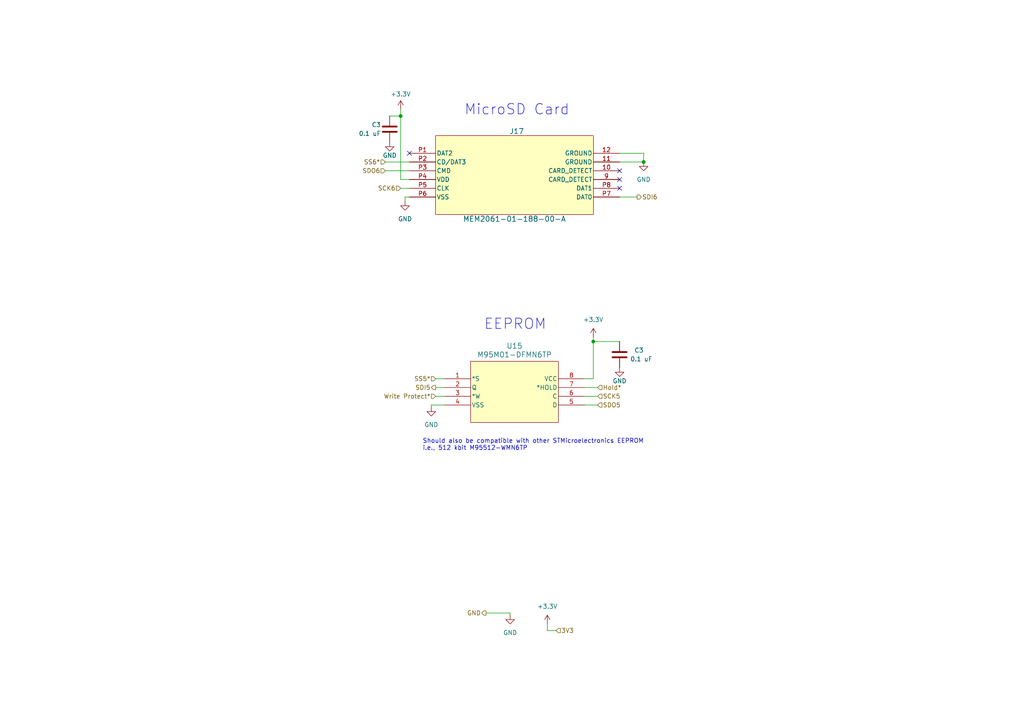
<source format=kicad_sch>
(kicad_sch (version 20230121) (generator eeschema)
  (paper "A4")
  (title_block (title "MCU Controller") (rev "0.3") (company "satomm@stanford.edu") (comment 1 "Department of Civil and Environmental Engineering") (comment 2 "Engineering Informatics Group") (comment 3 "Stanford University") (comment 4 "Matthew Sato"))
  (lib_symbols
    (symbol "Device:C" (pin_numbers hide) (pin_names (offset 0.254))
      (property "Reference" "C" (at 0.635 2.54 0))
      (property "Value" "C" (at 0.635 -2.54 0))
      (symbol "C_0_1"
        (polyline (pts (xy -2.032 -0.762) (xy 2.032 -0.762)) (stroke (width 0.508)))
        (polyline (pts (xy -2.032 0.762) (xy 2.032 0.762)) (stroke (width 0.508)))
      )
      (symbol "C_1_1"
        (pin passive line (at 0 3.81 270) (length 2.794) (name "~") (number "1"))
        (pin passive line (at 0 -3.81 90) (length 2.794) (name "~") (number "2"))
      )
    )
    (symbol "RobotLibary:M95M01-DFMN6TP" (pin_names (offset 0.254))
      (property "Reference" "U" (at 20.32 10.16 0))
      (property "Value" "M95M01-DFMN6TP" (at 20.32 7.62 0))
      (symbol "M95M01-DFMN6TP_1_1"
        (rectangle (start 7.62 5.08) (end 33.02 -12.7) (fill (type background)))
        (pin passive line (at 0 0 0) (length 7.62) (name "*S") (number "1"))
        (pin passive line (at 0 -2.54 0) (length 7.62) (name "Q") (number "2"))
        (pin passive line (at 0 -5.08 0) (length 7.62) (name "*W") (number "3"))
        (pin passive line (at 0 -7.62 0) (length 7.62) (name "VSS") (number "4"))
        (pin passive line (at 40.64 -7.62 180) (length 7.62) (name "D") (number "5"))
        (pin passive line (at 40.64 -5.08 180) (length 7.62) (name "C") (number "6"))
        (pin passive line (at 40.64 -2.54 180) (length 7.62) (name "*HOLD") (number "7"))
        (pin passive line (at 40.64 0 180) (length 7.62) (name "VCC") (number "8"))
      )
    )
    (symbol "RobotLibary:MEM2061-01-188-00-A" (pin_names (offset 0.254))
      (property "Reference" "J" (at 30.48 10.16 0))
      (property "Value" "MEM2061-01-188-00-A" (at 30.48 7.62 0))
      (symbol "MEM2061-01-188-00-A_0_1"
        (pin unspecified line (at 60.96 -5.08 180) (length 7.62) (name "CARD_DETECT") (number "10"))
        (pin unspecified line (at 60.96 -7.62 180) (length 7.62) (name "CARD_DETECT") (number "9"))
        (pin bidirectional line (at 0 0 0) (length 7.62) (name "DAT2") (number "P1"))
        (pin bidirectional line (at 0 -2.54 0) (length 7.62) (name "CD/DAT3") (number "P2"))
        (pin bidirectional line (at 0 -5.08 0) (length 7.62) (name "CMD") (number "P3"))
        (pin power_in line (at 0 -7.62 0) (length 7.62) (name "VDD") (number "P4"))
        (pin bidirectional line (at 60.96 -12.7 180) (length 7.62) (name "DAT0") (number "P7"))
        (pin bidirectional line (at 60.96 -10.16 180) (length 7.62) (name "DAT1") (number "P8"))
      )
      (symbol "MEM2061-01-188-00-A_1_1"
        (rectangle (start 7.62 5.08) (end 53.34 -17.78) (fill (type background)))
        (pin passive line (at 60.96 -2.54 180) (length 7.62) (name "GROUND") (number "11"))
        (pin passive line (at 60.96 0 180) (length 7.62) (name "GROUND") (number "12"))
        (pin passive line (at 0 -10.16 0) (length 7.62) (name "CLK") (number "P5"))
        (pin passive line (at 0 -12.7 0) (length 7.62) (name "VSS") (number "P6"))
      )
    )
    (symbol "power:+3.3V" (power) (pin_names (offset 0))
      (property "Value" "+3.3V" (at 0 3.556 0))
      (symbol "+3.3V_0_1"
        (polyline (pts (xy -0.762 1.27) (xy 0 2.54)))
        (polyline (pts (xy 0 0) (xy 0 2.54)))
        (polyline (pts (xy 0 2.54) (xy 0.762 1.27)))
      )
      (symbol "+3.3V_1_1"
        (pin power_in line (at 0 0 90) (length 0) hide (name "+3.3V") (number "1"))
      )
    )
    (symbol "power:GND" (power) (pin_names (offset 0))
      (property "Value" "GND" (at 0 -3.81 0))
      (symbol "GND_0_1"
        (polyline (pts (xy 0 0) (xy 0 -1.27) (xy 1.27 -1.27) (xy 0 -2.54) (xy -1.27 -1.27) (xy 0 -1.27)))
      )
      (symbol "GND_1_1"
        (pin power_in line (at 0 0 270) (length 0) hide (name "GND") (number "1"))
      )
    )
  )
  (junction (at 186.69 46.99))
  (junction (at 116.205 33.655))
  (junction (at 172.085 99.06))
  (no_connect (at 179.705 54.61))
  (no_connect (at 179.705 49.53))
  (no_connect (at 179.705 52.07))
  (no_connect (at 118.745 44.45))
  (wire (pts (xy 179.705 57.15) (xy 184.785 57.15)))
  (wire (pts (xy 169.545 114.935) (xy 173.355 114.935)))
  (wire (pts (xy 169.545 117.475) (xy 173.355 117.475)))
  (wire (pts (xy 158.75 182.88) (xy 161.29 182.88)))
  (wire (pts (xy 111.76 49.53) (xy 118.745 49.53)))
  (wire (pts (xy 179.705 44.45) (xy 186.69 44.45)))
  (wire (pts (xy 169.545 112.395) (xy 173.355 112.395)))
  (wire (pts (xy 116.205 31.75) (xy 116.205 33.655)))
  (wire (pts (xy 172.085 97.79) (xy 172.085 99.06)))
  (wire (pts (xy 147.955 177.8) (xy 140.97 177.8)))
  (wire (pts (xy 111.76 46.99) (xy 118.745 46.99)))
  (wire (pts (xy 113.03 33.655) (xy 116.205 33.655)))
  (wire (pts (xy 125.095 118.11) (xy 125.095 117.475)))
  (wire (pts (xy 126.365 109.855) (xy 128.905 109.855)))
  (wire (pts (xy 158.75 180.975) (xy 158.75 182.88)))
  (wire (pts (xy 147.955 178.435) (xy 147.955 177.8)))
  (wire (pts (xy 117.475 57.15) (xy 118.745 57.15)))
  (wire (pts (xy 126.365 114.935) (xy 128.905 114.935)))
  (wire (pts (xy 125.095 117.475) (xy 128.905 117.475)))
  (wire (pts (xy 172.085 99.06) (xy 172.085 109.855)))
  (wire (pts (xy 116.205 54.61) (xy 118.745 54.61)))
  (wire (pts (xy 172.085 99.06) (xy 179.705 99.06)))
  (wire (pts (xy 116.205 33.655) (xy 116.205 52.07)))
  (wire (pts (xy 116.205 52.07) (xy 118.745 52.07)))
  (wire (pts (xy 186.69 44.45) (xy 186.69 46.99)))
  (wire (pts (xy 172.085 109.855) (xy 169.545 109.855)))
  (wire (pts (xy 117.475 58.42) (xy 117.475 57.15)))
  (wire (pts (xy 126.365 112.395) (xy 128.905 112.395)))
  (wire (pts (xy 179.705 46.99) (xy 186.69 46.99)))
  (text "MicroSD Card" (at 134.62 33.655 0) (effects (font (size 3 3)) (justify left bottom)))
  (text "EEPROM" (at 140.335 95.885 0) (effects (font (size 3 3)) (justify left bottom)))
  (text "Should also be compatible with other STMicroelectronics EEPROM\ni.e., 512 kbit M95512-WMN6TP" (at 122.555 130.81 0) (effects (font (size 1.27 1.27)) (justify left bottom)))
  (hierarchical_label "SS5*" (shape input) (at 126.365 109.855 180))
  (hierarchical_label "Hold*" (shape input) (at 173.355 112.395 0))
  (hierarchical_label "SDI6" (shape output) (at 184.785 57.15 0))
  (hierarchical_label "SDI5" (shape output) (at 126.365 112.395 180))
  (hierarchical_label "SCK5" (shape input) (at 173.355 114.935 0))
  (hierarchical_label "3V3" (shape input) (at 161.29 182.88 0))
  (hierarchical_label "SS6*" (shape input) (at 111.76 46.99 180))
  (hierarchical_label "SDO6" (shape input) (at 111.76 49.53 180))
  (hierarchical_label "GND" (shape output) (at 140.97 177.8 180))
  (hierarchical_label "SDO5" (shape input) (at 173.355 117.475 0))
  (hierarchical_label "Write Protect*" (shape input) (at 126.365 114.935 180))
  (hierarchical_label "SCK6" (shape input) (at 116.205 54.61 180))
  (symbol (lib_id "RobotLibary:MEM2061-01-188-00-A") (at 118.745 44.45 0) (unit 1)
    (property "Reference" "J17" (at 149.86 38.1 0) (effects (font (size 1.524 1.524))))
    (property "Value" "MEM2061-01-188-00-A" (at 149.225 63.5 0) (effects (font (size 1.524 1.524))))
    (property "Footprint" "RobotLibrary:MEM2061-01-188-00-A_GCT" (effects hide))
    (property "Datasheet" "https://gct.co/files/specs/mem2061-spec.pdf" (effects hide))
    (property "Description" "MICRO SD PUSH PUSH, CLOSED, SMT," (effects hide))
    (property "Mfr" "GCT" (effects hide))
    (property "Mfr P/N" "MEM2061-01-188-00-A" (effects hide))
    (property "Supplier 1" "DigiKey" (effects hide))
    (property "Supplier 1 P/N" "2073-MEM2061-01-188-00-ACT-ND" (effects hide))
  )
  (symbol (lib_id "power:GND") (at 147.955 178.435 0) (unit 1)
    (property "Reference" "#PWR032" (effects hide))
    (property "Value" "GND" (at 147.955 183.515 0))
    (instances (project "MainBoard" (path "" (reference "#PWR032") (unit 1)) (path "" (reference "#PWR0155") (unit 1))))
  )
  (symbol (lib_id "power:GND") (at 186.69 46.99 0) (unit 1)
    (property "Reference" "#PWR0159" (effects hide))
    (property "Value" "GND" (at 186.69 52.07 0))
  )
  (symbol (lib_id "power:GND") (at 113.03 41.275 0) (unit 1)
    (property "Reference" "#PWR0151" (effects hide))
    (property "Value" "GND" (at 113.03 45.085 0))
  )
  (symbol (lib_id "Device:C") (at 179.705 102.87 180) (unit 1)
    (property "Reference" "C3" (at 186.69 101.6 0) (effects (justify left)))
    (property "Value" "0.1 uF" (at 189.23 104.14 0) (effects (justify left)))
    (property "Footprint" "Capacitor_SMD:C_0805_2012Metric_Pad1.18x1.45mm_HandSolder" (effects hide))
    (property "Datasheet" "https://mm.digikey.com/Volume0/opasdata/d220001/medias/docus/609/CL21B104KBCNNN_Spec.pdf" (effects hide))
    (property "Description" "CAP CER 0.1UF 50V X7R 0805" (effects hide))
    (property "Mfr" "Samsung Electro-Mechanics" (effects hide))
    (property "Mfr P/N" "CL21B104KBCNNNC" (effects hide))
    (property "Supplier 1" "DigiKey" (effects hide))
    (property "Supplier 1 P/N" "1276-1003-1-ND" (effects hide))
    (instances (project "MainBoard" (path "" (reference "C3") (unit 1)) (path "" (reference "C36") (unit 1))))
  )
  (symbol (lib_id "power:GND") (at 179.705 106.68 0) (unit 1)
    (property "Reference" "#PWR0158" (effects hide))
    (property "Value" "GND" (at 179.705 110.49 0))
  )
  (symbol (lib_id "power:GND") (at 125.095 118.11 0) (unit 1)
    (property "Reference" "#PWR032" (effects hide))
    (property "Value" "GND" (at 125.095 123.19 0))
    (instances (project "MainBoard" (path "" (reference "#PWR032") (unit 1)) (path "" (reference "#PWR0154") (unit 1))))
  )
  (symbol (lib_id "power:+3.3V") (at 116.205 31.75 0) (unit 1)
    (property "Reference" "#PWR0152" (effects hide))
    (property "Value" "+3.3V" (at 116.205 27.305 0))
  )
  (symbol (lib_id "power:+3.3V") (at 158.75 180.975 0) (unit 1)
    (property "Reference" "#PWR033" (effects hide))
    (property "Value" "+3.3V" (at 158.75 175.895 0))
    (instances (project "MainBoard" (path "" (reference "#PWR033") (unit 1)) (path "" (reference "#PWR0156") (unit 1))))
  )
  (symbol (lib_id "power:GND") (at 117.475 58.42 0) (unit 1)
    (property "Reference" "#PWR0153" (effects hide))
    (property "Value" "GND" (at 117.475 63.5 0))
  )
  (symbol (lib_id "power:+3.3V") (at 172.085 97.79 0) (unit 1)
    (property "Reference" "#PWR033" (effects hide))
    (property "Value" "+3.3V" (at 172.085 92.71 0))
    (instances (project "MainBoard" (path "" (reference "#PWR033") (unit 1)) (path "" (reference "#PWR0157") (unit 1))))
  )
  (symbol (lib_id "RobotLibary:M95M01-DFMN6TP") (at 128.905 109.855 0) (unit 1)
    (property "Reference" "U15" (at 149.225 100.33 0) (effects (font (size 1.524 1.524))))
    (property "Value" "M95M01-DFMN6TP" (at 149.225 102.87 0) (effects (font (size 1.524 1.524))))
    (property "Footprint" "RobotLibrary:SO8N_4X5X1P27_STM-M" (effects hide))
    (property "Datasheet" "https://www.st.com/resource/en/datasheet/m95m01-df.pdf" (effects hide))
    (property "Description" "IC EEPROM 512KBIT SPI 8SOIC" (effects hide))
    (property "Mfr" "STMicroelectronics" (effects hide))
    (property "Mfr P/N" "M95512-WMN6TP" (effects hide))
    (property "Supplier 1" "DigiKey" (effects hide))
    (property "Supplier 1 P/N" "497-8697-1-ND" (effects hide))
  )
  (symbol (lib_id "Device:C") (at 113.03 37.465 180) (unit 1)
    (property "Reference" "C3" (at 110.49 36.195 0) (effects (justify left)))
    (property "Value" "0.1 uF" (at 110.49 38.735 0) (effects (justify left)))
    (property "Footprint" "Capacitor_SMD:C_0805_2012Metric_Pad1.18x1.45mm_HandSolder" (effects hide))
    (property "Datasheet" "https://mm.digikey.com/Volume0/opasdata/d220001/medias/docus/609/CL21B104KBCNNN_Spec.pdf" (effects hide))
    (property "Description" "CAP CER 0.1UF 50V X7R 0805" (effects hide))
    (property "Mfr" "Samsung Electro-Mechanics" (effects hide))
    (property "Mfr P/N" "CL21B104KBCNNNC" (effects hide))
    (property "Supplier 1" "DigiKey" (effects hide))
    (property "Supplier 1 P/N" "1276-1003-1-ND" (effects hide))
    (instances (project "MainBoard" (path "" (reference "C3") (unit 1)) (path "" (reference "C35") (unit 1))))
  )
)
</source>
